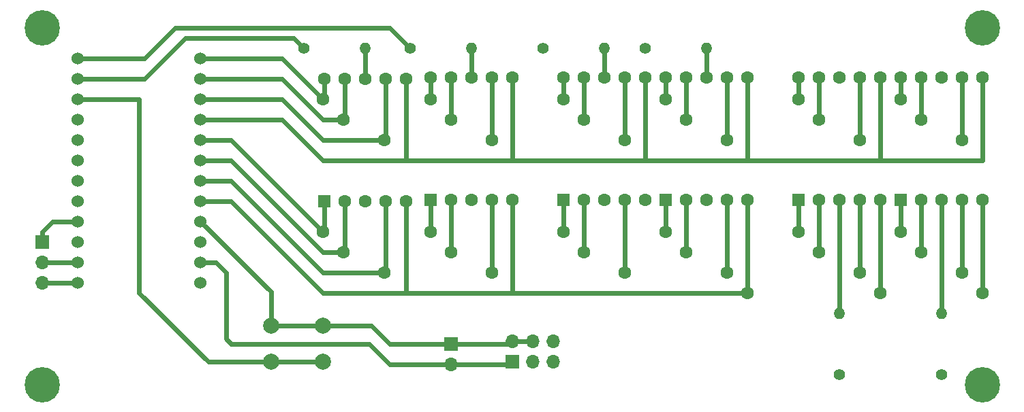
<source format=gbr>
%TF.GenerationSoftware,KiCad,Pcbnew,7.0.7*%
%TF.CreationDate,2023-09-30T13:33:02-05:00*%
%TF.ProjectId,Asus Qcode,41737573-2051-4636-9f64-652e6b696361,rev?*%
%TF.SameCoordinates,Original*%
%TF.FileFunction,Copper,L2,Bot*%
%TF.FilePolarity,Positive*%
%FSLAX46Y46*%
G04 Gerber Fmt 4.6, Leading zero omitted, Abs format (unit mm)*
G04 Created by KiCad (PCBNEW 7.0.7) date 2023-09-30 13:33:02*
%MOMM*%
%LPD*%
G01*
G04 APERTURE LIST*
%TA.AperFunction,ComponentPad*%
%ADD10C,1.400000*%
%TD*%
%TA.AperFunction,ComponentPad*%
%ADD11O,1.400000X1.400000*%
%TD*%
%TA.AperFunction,ComponentPad*%
%ADD12R,1.600000X1.600000*%
%TD*%
%TA.AperFunction,ComponentPad*%
%ADD13C,1.600000*%
%TD*%
%TA.AperFunction,ComponentPad*%
%ADD14C,1.524000*%
%TD*%
%TA.AperFunction,ComponentPad*%
%ADD15C,4.400000*%
%TD*%
%TA.AperFunction,ComponentPad*%
%ADD16C,2.000000*%
%TD*%
%TA.AperFunction,ComponentPad*%
%ADD17R,1.700000X1.700000*%
%TD*%
%TA.AperFunction,ComponentPad*%
%ADD18O,1.700000X1.700000*%
%TD*%
%TA.AperFunction,ViaPad*%
%ADD19C,1.600000*%
%TD*%
%TA.AperFunction,Conductor*%
%ADD20C,0.600000*%
%TD*%
G04 APERTURE END LIST*
D10*
%TO.P,R6,1*%
%TO.N,Net-(uP1-PC3{slash}A3)*%
X127000000Y-58420000D03*
D11*
%TO.P,R6,2*%
%TO.N,/dsp6*%
X127000000Y-50800000D03*
%TD*%
D12*
%TO.P,DSP5,1,e*%
%TO.N,/e*%
X109220000Y-36707500D03*
D13*
%TO.P,DSP5,2,d*%
%TO.N,/d*%
X111760000Y-36707500D03*
%TO.P,DSP5,3,C.A.*%
%TO.N,/dsp5*%
X114300000Y-36707500D03*
%TO.P,DSP5,4,c*%
%TO.N,/c*%
X116840000Y-36707500D03*
%TO.P,DSP5,5,DP*%
%TO.N,/dp*%
X119380000Y-36707500D03*
%TO.P,DSP5,6,b*%
%TO.N,/b*%
X119380000Y-21467500D03*
%TO.P,DSP5,7,a*%
%TO.N,/a*%
X116840000Y-21467500D03*
%TO.P,DSP5,8,C.A.*%
%TO.N,unconnected-(AFF5-C.A.-Pad8)*%
X114300000Y-21467500D03*
%TO.P,DSP5,9,f*%
%TO.N,/f*%
X111760000Y-21467500D03*
%TO.P,DSP5,10,g*%
%TO.N,/g*%
X109220000Y-21467500D03*
%TD*%
D14*
%TO.P,uP1,7,TX0_D1*%
%TO.N,unconnected-(uP1-TX0_D1-Pad7)*%
X34925000Y-46990000D03*
%TO.P,uP1,8,RX_D0*%
%TO.N,Net-(J1-SOUTC_P80)*%
X34925000Y-44450000D03*
%TO.P,uP1,9,RESET*%
%TO.N,unconnected-(uP1-RESET-Pad9)*%
X34925000Y-41910000D03*
%TO.P,uP1,10,GND*%
%TO.N,GND*%
X34925000Y-39370000D03*
%TO.P,uP1,11,PD2*%
%TO.N,/dp*%
X34925000Y-36830000D03*
%TO.P,uP1,12,PD3*%
%TO.N,/c*%
X34925000Y-34290000D03*
%TO.P,uP1,13,PD4*%
%TO.N,/d*%
X34925000Y-31750000D03*
%TO.P,uP1,14,PD5*%
%TO.N,/e*%
X34925000Y-29210000D03*
%TO.P,uP1,15,PD6*%
%TO.N,/b*%
X34925000Y-26670000D03*
%TO.P,uP1,16,PD7*%
%TO.N,/a*%
X34925000Y-24130000D03*
%TO.P,uP1,17,PB0*%
%TO.N,/f*%
X34925000Y-21590000D03*
%TO.P,uP1,18,PB1*%
%TO.N,/g*%
X34925000Y-19050000D03*
%TO.P,uP1,19,RAW*%
%TO.N,Net-(J2-Pin_3)*%
X19685000Y-46990000D03*
%TO.P,uP1,20,GND*%
%TO.N,Net-(J2-Pin_2)*%
X19685000Y-44450000D03*
%TO.P,uP1,21,RESET*%
%TO.N,unconnected-(uP1-RESET-Pad21)*%
X19685000Y-41910000D03*
%TO.P,uP1,22,Vcc/5v*%
%TO.N,Net-(J2-Pin_1)*%
X19685000Y-39370000D03*
%TO.P,uP1,23,PC3/A3*%
%TO.N,Net-(uP1-PC3{slash}A3)*%
X19685000Y-36830000D03*
%TO.P,uP1,24,PC2/A2*%
%TO.N,Net-(uP1-PC2{slash}A2)*%
X19685000Y-34290000D03*
%TO.P,uP1,25,PC1/A1*%
%TO.N,Net-(uP1-PC1{slash}A1)*%
X19685000Y-31750000D03*
%TO.P,uP1,26,PC0/A0*%
%TO.N,Net-(uP1-PC0{slash}A0)*%
X19685000Y-29210000D03*
%TO.P,uP1,27,PB5*%
%TO.N,unconnected-(uP1-PB5-Pad27)*%
X19685000Y-26670000D03*
%TO.P,uP1,28,PB4*%
%TO.N,Net-(uP1-PB4)*%
X19685000Y-24130000D03*
%TO.P,uP1,29,PB3*%
%TO.N,Net-(uP1-PB3)*%
X19685000Y-21590000D03*
%TO.P,uP1,30,PB2*%
%TO.N,Net-(uP1-PB2)*%
X19685000Y-19050000D03*
%TD*%
D15*
%TO.P,REF\u002A\u002A,1*%
%TO.N,N/C*%
X132080000Y-59690000D03*
%TD*%
D16*
%TO.P,SW1,1,1*%
%TO.N,Net-(uP1-PB4)*%
X50165000Y-56860000D03*
X43665000Y-56860000D03*
%TO.P,SW1,2,2*%
%TO.N,GND*%
X50165000Y-52360000D03*
X43665000Y-52360000D03*
%TD*%
D12*
%TO.P,DSP6,1,e*%
%TO.N,/e*%
X121920000Y-36707500D03*
D13*
%TO.P,DSP6,2,d*%
%TO.N,/d*%
X124460000Y-36707500D03*
%TO.P,DSP6,3,C.A.*%
%TO.N,/dsp6*%
X127000000Y-36707500D03*
%TO.P,DSP6,4,c*%
%TO.N,/c*%
X129540000Y-36707500D03*
%TO.P,DSP6,5,DP*%
%TO.N,/dp*%
X132080000Y-36707500D03*
%TO.P,DSP6,6,b*%
%TO.N,/b*%
X132080000Y-21467500D03*
%TO.P,DSP6,7,a*%
%TO.N,/a*%
X129540000Y-21467500D03*
%TO.P,DSP6,8,C.A.*%
%TO.N,unconnected-(AFF6-C.A.-Pad8)*%
X127000000Y-21467500D03*
%TO.P,DSP6,9,f*%
%TO.N,/f*%
X124460000Y-21467500D03*
%TO.P,DSP6,10,g*%
%TO.N,/g*%
X121920000Y-21467500D03*
%TD*%
D17*
%TO.P,J1,1,SOUTC_P80*%
%TO.N,Net-(J1-SOUTC_P80)*%
X73660000Y-56860000D03*
D18*
%TO.P,J1,2,GND*%
%TO.N,GND*%
X73660000Y-54320000D03*
%TO.P,J1,3*%
%TO.N,N/C*%
X76200000Y-56860000D03*
%TO.P,J1,4,GND*%
%TO.N,GND*%
X76200000Y-54320000D03*
%TO.P,J1,5,+3.3V*%
%TO.N,unconnected-(J1-+3.3V-Pad5)*%
X78740000Y-56860000D03*
%TO.P,J1,6,O_COM_TXD1*%
%TO.N,unconnected-(J1-O_COM_TXD1-Pad6)*%
X78740000Y-54320000D03*
%TD*%
D17*
%TO.P,J2,1,Pin_1*%
%TO.N,Net-(J2-Pin_1)*%
X15240000Y-41910000D03*
D18*
%TO.P,J2,2,Pin_2*%
%TO.N,Net-(J2-Pin_2)*%
X15240000Y-44450000D03*
%TO.P,J2,3,Pin_3*%
%TO.N,Net-(J2-Pin_3)*%
X15240000Y-46990000D03*
%TD*%
D15*
%TO.P,REF\u002A\u002A,1*%
%TO.N,N/C*%
X132080000Y-15240000D03*
%TD*%
D10*
%TO.P,R1,1*%
%TO.N,Net-(uP1-PB3)*%
X47756627Y-17780000D03*
D11*
%TO.P,R1,2*%
%TO.N,/dsp1*%
X55376627Y-17780000D03*
%TD*%
D15*
%TO.P,REF\u002A\u002A,1*%
%TO.N,N/C*%
X15240000Y-59690000D03*
%TD*%
D10*
%TO.P,R5,1*%
%TO.N,Net-(uP1-PC2{slash}A2)*%
X114300000Y-58420000D03*
D11*
%TO.P,R5,2*%
%TO.N,/dsp5*%
X114300000Y-50800000D03*
%TD*%
D12*
%TO.P,DSP2,1,e*%
%TO.N,/e*%
X63500000Y-36707500D03*
D13*
%TO.P,DSP2,2,d*%
%TO.N,/d*%
X66040000Y-36707500D03*
%TO.P,DSP2,3,C.A.*%
%TO.N,unconnected-(AFF2-C.A.-Pad3)*%
X68580000Y-36707500D03*
%TO.P,DSP2,4,c*%
%TO.N,/c*%
X71120000Y-36707500D03*
%TO.P,DSP2,5,DP*%
%TO.N,/dp*%
X73660000Y-36707500D03*
%TO.P,DSP2,6,b*%
%TO.N,/b*%
X73660000Y-21467500D03*
%TO.P,DSP2,7,a*%
%TO.N,/a*%
X71120000Y-21467500D03*
%TO.P,DSP2,8,C.A.*%
%TO.N,/dsp2*%
X68580000Y-21467500D03*
%TO.P,DSP2,9,f*%
%TO.N,/f*%
X66040000Y-21467500D03*
%TO.P,DSP2,10,g*%
%TO.N,/g*%
X63500000Y-21467500D03*
%TD*%
D12*
%TO.P,DSP3,1,e*%
%TO.N,/e*%
X80010000Y-36707500D03*
D13*
%TO.P,DSP3,2,d*%
%TO.N,/d*%
X82550000Y-36707500D03*
%TO.P,DSP3,3,C.A.*%
%TO.N,unconnected-(AFF3-C.A.-Pad3)*%
X85090000Y-36707500D03*
%TO.P,DSP3,4,c*%
%TO.N,/c*%
X87630000Y-36707500D03*
%TO.P,DSP3,5,DP*%
%TO.N,/dp*%
X90170000Y-36707500D03*
%TO.P,DSP3,6,b*%
%TO.N,/b*%
X90170000Y-21467500D03*
%TO.P,DSP3,7,a*%
%TO.N,/a*%
X87630000Y-21467500D03*
%TO.P,DSP3,8,C.A.*%
%TO.N,/dsp3*%
X85090000Y-21467500D03*
%TO.P,DSP3,9,f*%
%TO.N,/f*%
X82550000Y-21467500D03*
%TO.P,DSP3,10,g*%
%TO.N,/g*%
X80010000Y-21467500D03*
%TD*%
D12*
%TO.P,DSP4,1,e*%
%TO.N,/e*%
X92710000Y-36707500D03*
D13*
%TO.P,DSP4,2,d*%
%TO.N,/d*%
X95250000Y-36707500D03*
%TO.P,DSP4,3,C.A.*%
%TO.N,unconnected-(AFF4-C.A.-Pad3)*%
X97790000Y-36707500D03*
%TO.P,DSP4,4,c*%
%TO.N,/c*%
X100330000Y-36707500D03*
%TO.P,DSP4,5,DP*%
%TO.N,/dp*%
X102870000Y-36707500D03*
%TO.P,DSP4,6,b*%
%TO.N,/b*%
X102870000Y-21467500D03*
%TO.P,DSP4,7,a*%
%TO.N,/a*%
X100330000Y-21467500D03*
%TO.P,DSP4,8,C.A.*%
%TO.N,/dsp4*%
X97790000Y-21467500D03*
%TO.P,DSP4,9,f*%
%TO.N,/f*%
X95250000Y-21467500D03*
%TO.P,DSP4,10,g*%
%TO.N,/g*%
X92710000Y-21467500D03*
%TD*%
D10*
%TO.P,R2,1*%
%TO.N,Net-(uP1-PB2)*%
X60960000Y-17780000D03*
D11*
%TO.P,R2,2*%
%TO.N,/dsp2*%
X68580000Y-17780000D03*
%TD*%
D12*
%TO.P,DSP1,1,e*%
%TO.N,/e*%
X50287500Y-36830000D03*
D13*
%TO.P,DSP1,2,d*%
%TO.N,/d*%
X52827500Y-36830000D03*
%TO.P,DSP1,3,C.A.*%
%TO.N,unconnected-(AFF1-C.A.-Pad3)*%
X55367500Y-36830000D03*
%TO.P,DSP1,4,c*%
%TO.N,/c*%
X57907500Y-36830000D03*
%TO.P,DSP1,5,DP*%
%TO.N,/dp*%
X60447500Y-36830000D03*
%TO.P,DSP1,6,b*%
%TO.N,/b*%
X60447500Y-21590000D03*
%TO.P,DSP1,7,a*%
%TO.N,/a*%
X57907500Y-21590000D03*
%TO.P,DSP1,8,C.A.*%
%TO.N,/dsp1*%
X55367500Y-21590000D03*
%TO.P,DSP1,9,f*%
%TO.N,/f*%
X52827500Y-21590000D03*
%TO.P,DSP1,10,g*%
%TO.N,/g*%
X50287500Y-21590000D03*
%TD*%
D10*
%TO.P,R3,1*%
%TO.N,Net-(uP1-PC0{slash}A0)*%
X90170000Y-17780000D03*
D11*
%TO.P,R3,2*%
%TO.N,/dsp4*%
X97790000Y-17780000D03*
%TD*%
D17*
%TO.P,J3,1,Pin_1*%
%TO.N,GND*%
X66040000Y-54610000D03*
D18*
%TO.P,J3,2,Pin_2*%
%TO.N,Net-(J1-SOUTC_P80)*%
X66040000Y-57150000D03*
%TD*%
D15*
%TO.P,REF\u002A\u002A,1*%
%TO.N,N/C*%
X15240000Y-15240000D03*
%TD*%
D10*
%TO.P,R4,1*%
%TO.N,Net-(uP1-PC1{slash}A1)*%
X77470000Y-17780000D03*
D11*
%TO.P,R4,2*%
%TO.N,/dsp3*%
X85090000Y-17780000D03*
%TD*%
D19*
%TO.N,/e*%
X50165000Y-40640000D03*
X80010000Y-40640000D03*
X63500000Y-40640000D03*
X109220000Y-40640000D03*
X121920000Y-40640000D03*
X92710000Y-40640000D03*
%TO.N,/d*%
X52705000Y-43180000D03*
X111760000Y-43180000D03*
X66040000Y-43180000D03*
X82550000Y-43180000D03*
X95250000Y-43180000D03*
X124460000Y-43180000D03*
%TO.N,/c*%
X71120000Y-45720000D03*
X100330000Y-45720000D03*
X87630000Y-45720000D03*
X129540000Y-45720000D03*
X116840000Y-45720000D03*
X57785000Y-45720000D03*
%TO.N,/dp*%
X119380000Y-48260000D03*
X102870000Y-48260000D03*
X132080000Y-48260000D03*
%TO.N,/a*%
X129540000Y-29210000D03*
X57785000Y-29210000D03*
X87630000Y-29210000D03*
X71120000Y-29210000D03*
X100330000Y-29210000D03*
X116840000Y-29210000D03*
%TO.N,/f*%
X95250000Y-26670000D03*
X124460000Y-26670000D03*
X111760000Y-26670000D03*
X52705000Y-26670000D03*
X66040000Y-26670000D03*
X82550000Y-26670000D03*
%TO.N,/g*%
X109220000Y-24130000D03*
X121920000Y-24130000D03*
X50165000Y-24130000D03*
X92710000Y-24130000D03*
X63500000Y-24130000D03*
X80010000Y-24130000D03*
%TD*%
D20*
%TO.N,/e*%
X34925000Y-29210000D02*
X38735000Y-29210000D01*
X80010000Y-40640000D02*
X80010000Y-36707500D01*
X109220000Y-40640000D02*
X109220000Y-36707500D01*
X63500000Y-40640000D02*
X63500000Y-36707500D01*
X92710000Y-40640000D02*
X92710000Y-36707500D01*
X121920000Y-40640000D02*
X121920000Y-36707500D01*
X50165000Y-40640000D02*
X50287500Y-40517500D01*
X50287500Y-40517500D02*
X50287500Y-36830000D01*
X38735000Y-29210000D02*
X50165000Y-40640000D01*
%TO.N,/d*%
X52705000Y-43180000D02*
X52827500Y-43057500D01*
X34925000Y-31750000D02*
X38735000Y-31750000D01*
X50165000Y-43180000D02*
X52705000Y-43180000D01*
X66040000Y-43180000D02*
X66040000Y-36707500D01*
X111760000Y-43180000D02*
X111760000Y-36707500D01*
X82550000Y-43180000D02*
X82550000Y-36707500D01*
X52827500Y-43057500D02*
X52827500Y-36830000D01*
X38735000Y-31750000D02*
X50165000Y-43180000D01*
X124460000Y-43180000D02*
X124460000Y-36707500D01*
X95250000Y-43180000D02*
X95250000Y-36707500D01*
%TO.N,/dsp1*%
X55376627Y-17780000D02*
X55376627Y-21580873D01*
X55376627Y-21580873D02*
X55367500Y-21590000D01*
%TO.N,/c*%
X116840000Y-45720000D02*
X116840000Y-36707500D01*
X129540000Y-45720000D02*
X129540000Y-36707500D01*
X34925000Y-34290000D02*
X38735000Y-34290000D01*
X87630000Y-45720000D02*
X87630000Y-36707500D01*
X71120000Y-45720000D02*
X71120000Y-36707500D01*
X57785000Y-45720000D02*
X57907500Y-45597500D01*
X100330000Y-45720000D02*
X100330000Y-36707500D01*
X38735000Y-34290000D02*
X50165000Y-45720000D01*
X50165000Y-45720000D02*
X57785000Y-45720000D01*
X57907500Y-45597500D02*
X57907500Y-36830000D01*
%TO.N,/dp*%
X132080000Y-48260000D02*
X132080000Y-36707500D01*
X38735000Y-36830000D02*
X50165000Y-48260000D01*
X60447500Y-48137500D02*
X60447500Y-36830000D01*
X73660000Y-48260000D02*
X73660000Y-36707500D01*
X50165000Y-48260000D02*
X60325000Y-48260000D01*
X73660000Y-48260000D02*
X102870000Y-48260000D01*
X60325000Y-48260000D02*
X60447500Y-48137500D01*
X119380000Y-48260000D02*
X119380000Y-36707500D01*
X34925000Y-36830000D02*
X38735000Y-36830000D01*
X102870000Y-48260000D02*
X102870000Y-36707500D01*
X60325000Y-48260000D02*
X73660000Y-48260000D01*
%TO.N,/b*%
X60325000Y-31750000D02*
X60447500Y-31627500D01*
X34925000Y-26670000D02*
X45085000Y-26670000D01*
X132080000Y-31750000D02*
X132080000Y-21467500D01*
X90170000Y-31750000D02*
X90170000Y-21467500D01*
X90170000Y-31750000D02*
X102870000Y-31750000D01*
X73660000Y-31750000D02*
X90170000Y-31750000D01*
X60447500Y-31627500D02*
X60447500Y-21590000D01*
X73660000Y-31750000D02*
X73660000Y-21467500D01*
X102870000Y-31750000D02*
X119380000Y-31750000D01*
X102870000Y-31750000D02*
X102870000Y-21467500D01*
X50165000Y-31750000D02*
X60325000Y-31750000D01*
X119380000Y-31750000D02*
X119380000Y-21467500D01*
X119380000Y-31750000D02*
X132080000Y-31750000D01*
X45085000Y-26670000D02*
X50165000Y-31750000D01*
X60325000Y-31750000D02*
X73660000Y-31750000D01*
%TO.N,/a*%
X45085000Y-24130000D02*
X50165000Y-29210000D01*
X57785000Y-29210000D02*
X57907500Y-29087500D01*
X116840000Y-21467500D02*
X116840000Y-29210000D01*
X34925000Y-24130000D02*
X45085000Y-24130000D01*
X100330000Y-29210000D02*
X100330000Y-21467500D01*
X50165000Y-29210000D02*
X57785000Y-29210000D01*
X87630000Y-29210000D02*
X87630000Y-21467500D01*
X129540000Y-21467500D02*
X129540000Y-29210000D01*
X57907500Y-29087500D02*
X57907500Y-21590000D01*
X71120000Y-29210000D02*
X71120000Y-21467500D01*
%TO.N,/f*%
X95250000Y-26670000D02*
X95250000Y-21467500D01*
X111760000Y-21467500D02*
X111760000Y-26670000D01*
X82550000Y-26670000D02*
X82550000Y-21467500D01*
X52827500Y-26547500D02*
X52827500Y-21590000D01*
X52705000Y-26670000D02*
X52827500Y-26547500D01*
X50165000Y-26670000D02*
X52705000Y-26670000D01*
X66040000Y-26670000D02*
X66040000Y-21467500D01*
X124460000Y-26670000D02*
X124460000Y-21467500D01*
X45085000Y-21590000D02*
X50165000Y-26670000D01*
X34925000Y-21590000D02*
X45085000Y-21590000D01*
%TO.N,/g*%
X63500000Y-24130000D02*
X63500000Y-21467500D01*
X92710000Y-21467500D02*
X92710000Y-24130000D01*
X109220000Y-24130000D02*
X109220000Y-21467500D01*
X80010000Y-24130000D02*
X80010000Y-21467500D01*
X50165000Y-24130000D02*
X50287500Y-24007500D01*
X45085000Y-19050000D02*
X50165000Y-24130000D01*
X34925000Y-19050000D02*
X45085000Y-19050000D01*
X50287500Y-24007500D02*
X50287500Y-21590000D01*
X121920000Y-24130000D02*
X121920000Y-21467500D01*
%TO.N,/dsp2*%
X68580000Y-17780000D02*
X68580000Y-21467500D01*
%TO.N,Net-(uP1-PB4)*%
X35905000Y-56860000D02*
X27305000Y-48260000D01*
X50165000Y-56860000D02*
X43665000Y-56860000D01*
X27305000Y-24130000D02*
X19685000Y-24130000D01*
X27305000Y-48260000D02*
X27305000Y-24130000D01*
X43665000Y-56860000D02*
X35905000Y-56860000D01*
%TO.N,GND*%
X34925000Y-39370000D02*
X43665000Y-48110000D01*
X58420000Y-54610000D02*
X66040000Y-54610000D01*
X56170000Y-52360000D02*
X58420000Y-54610000D01*
X73370000Y-54610000D02*
X73660000Y-54320000D01*
X43665000Y-52360000D02*
X50165000Y-52360000D01*
X66040000Y-54610000D02*
X73370000Y-54610000D01*
X43665000Y-48110000D02*
X43665000Y-52360000D01*
X73660000Y-54320000D02*
X76200000Y-54320000D01*
X50165000Y-52360000D02*
X56170000Y-52360000D01*
%TO.N,Net-(J2-Pin_1)*%
X15240000Y-41910000D02*
X15240000Y-40640000D01*
X15240000Y-40640000D02*
X16510000Y-39370000D01*
X16510000Y-39370000D02*
X19685000Y-39370000D01*
%TO.N,/dsp3*%
X85090000Y-17780000D02*
X85090000Y-21467500D01*
%TO.N,/dsp4*%
X97790000Y-17780000D02*
X97790000Y-21467500D01*
%TO.N,Net-(J1-SOUTC_P80)*%
X58420000Y-57150000D02*
X66040000Y-57150000D01*
X73370000Y-57150000D02*
X73660000Y-56860000D01*
X36830000Y-44450000D02*
X38100000Y-45720000D01*
X38100000Y-45720000D02*
X38100000Y-53975000D01*
X34925000Y-44450000D02*
X36830000Y-44450000D01*
X55880000Y-54610000D02*
X58420000Y-57150000D01*
X66040000Y-57150000D02*
X73370000Y-57150000D01*
X38735000Y-54610000D02*
X55880000Y-54610000D01*
X38100000Y-53975000D02*
X38735000Y-54610000D01*
%TO.N,Net-(J2-Pin_2)*%
X15240000Y-44450000D02*
X19685000Y-44450000D01*
%TO.N,Net-(J2-Pin_3)*%
X15240000Y-46990000D02*
X19685000Y-46990000D01*
%TO.N,Net-(uP1-PB3)*%
X33020000Y-16510000D02*
X46486627Y-16510000D01*
X27940000Y-21590000D02*
X33020000Y-16510000D01*
X46486627Y-16510000D02*
X47756627Y-17780000D01*
X19685000Y-21590000D02*
X27940000Y-21590000D01*
%TO.N,Net-(uP1-PB2)*%
X58420000Y-15240000D02*
X60960000Y-17780000D01*
X19685000Y-19050000D02*
X27940000Y-19050000D01*
X27940000Y-19050000D02*
X31750000Y-15240000D01*
X31750000Y-15240000D02*
X58420000Y-15240000D01*
%TO.N,/dsp5*%
X114300000Y-50800000D02*
X114300000Y-36707500D01*
%TO.N,/dsp6*%
X127000000Y-50800000D02*
X127000000Y-36707500D01*
%TD*%
M02*

</source>
